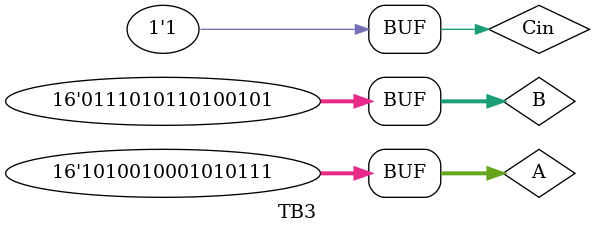
<source format=v>
 `timescale 1ns/1ns
module TB3();
	reg [15:0] A = 0, B =0;
	reg Cin = 0;
	wire [15:0]S;
	wire Cout;

	ripple16 rip16(A, B, Cin, S, Cout);
	initial begin
	#50 A = 16'b0101000010111001;
	#50 B = 16'b1001000111100101;
	#50 Cin = 1;
	#50 A = 16'b1111000001001110;
	#50 B = 16'b1011110010101001;
	#50 Cin = 0;
	#50 A = 16'b1010010001110111;
	#50 B = 16'b0001110101100101;
	#50 A = 16'b1111000001001110;
	#50 B = 16'b1011110010101001;
	#50 Cin = 1;
	#50 A = 16'b1010010001010111;
	#50 B = 16'b0111010110100101;
	end
endmodule

</source>
